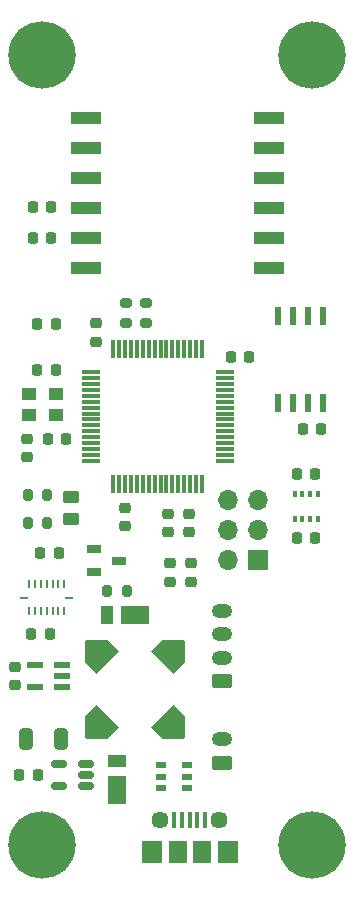
<source format=gbr>
%TF.GenerationSoftware,KiCad,Pcbnew,(6.0.8)*%
%TF.CreationDate,2023-04-29T02:17:51+01:00*%
%TF.ProjectId,circuit board design v1.0,63697263-7569-4742-9062-6f6172642064,rev?*%
%TF.SameCoordinates,Original*%
%TF.FileFunction,Soldermask,Top*%
%TF.FilePolarity,Negative*%
%FSLAX46Y46*%
G04 Gerber Fmt 4.6, Leading zero omitted, Abs format (unit mm)*
G04 Created by KiCad (PCBNEW (6.0.8)) date 2023-04-29 02:17:51*
%MOMM*%
%LPD*%
G01*
G04 APERTURE LIST*
G04 Aperture macros list*
%AMRoundRect*
0 Rectangle with rounded corners*
0 $1 Rounding radius*
0 $2 $3 $4 $5 $6 $7 $8 $9 X,Y pos of 4 corners*
0 Add a 4 corners polygon primitive as box body*
4,1,4,$2,$3,$4,$5,$6,$7,$8,$9,$2,$3,0*
0 Add four circle primitives for the rounded corners*
1,1,$1+$1,$2,$3*
1,1,$1+$1,$4,$5*
1,1,$1+$1,$6,$7*
1,1,$1+$1,$8,$9*
0 Add four rect primitives between the rounded corners*
20,1,$1+$1,$2,$3,$4,$5,0*
20,1,$1+$1,$4,$5,$6,$7,0*
20,1,$1+$1,$6,$7,$8,$9,0*
20,1,$1+$1,$8,$9,$2,$3,0*%
%AMFreePoly0*
4,1,48,0.029755,1.351579,0.045398,1.349101,0.056598,1.337902,0.070711,1.330711,1.330711,0.070711,1.334374,0.063522,1.340902,0.058779,1.348138,0.036507,1.358769,0.015643,1.357507,0.007674,1.360000,0.000000,1.360000,-1.180000,1.355106,-1.195063,1.355107,-1.210902,1.345796,-1.223715,1.340902,-1.238779,1.328089,-1.248089,1.318779,-1.260902,1.303715,-1.265796,1.290902,-1.275107,
1.275063,-1.275106,1.260000,-1.280000,-1.260000,-1.280000,-1.275063,-1.275106,-1.290902,-1.275107,-1.303715,-1.265796,-1.318779,-1.260902,-1.328089,-1.248089,-1.340902,-1.238779,-1.345796,-1.223715,-1.355107,-1.210902,-1.355106,-1.195063,-1.360000,-1.180000,-1.360000,0.000000,-1.357507,0.007674,-1.358769,0.015643,-1.348138,0.036507,-1.340902,0.058779,-1.334374,0.063522,-1.330711,0.070711,
-0.070711,1.330711,-0.056598,1.337902,-0.045398,1.349101,-0.029755,1.351579,-0.015643,1.358769,0.000000,1.356292,0.015643,1.358769,0.029755,1.351579,0.029755,1.351579,$1*%
G04 Aperture macros list end*
%ADD10R,0.400000X1.350000*%
%ADD11C,1.450000*%
%ADD12R,1.500000X1.900000*%
%ADD13R,1.800000X1.900000*%
%ADD14O,0.800000X1.600000*%
%ADD15FreePoly0,315.000000*%
%ADD16FreePoly0,45.000000*%
%ADD17FreePoly0,135.000000*%
%ADD18FreePoly0,225.000000*%
%ADD19R,0.532600X1.512799*%
%ADD20RoundRect,0.225000X-0.225000X-0.250000X0.225000X-0.250000X0.225000X0.250000X-0.225000X0.250000X0*%
%ADD21C,3.600000*%
%ADD22C,5.700000*%
%ADD23RoundRect,0.200000X0.200000X0.275000X-0.200000X0.275000X-0.200000X-0.275000X0.200000X-0.275000X0*%
%ADD24RoundRect,0.225000X0.225000X0.250000X-0.225000X0.250000X-0.225000X-0.250000X0.225000X-0.250000X0*%
%ADD25RoundRect,0.200000X-0.200000X-0.275000X0.200000X-0.275000X0.200000X0.275000X-0.200000X0.275000X0*%
%ADD26RoundRect,0.200000X0.275000X-0.200000X0.275000X0.200000X-0.275000X0.200000X-0.275000X-0.200000X0*%
%ADD27RoundRect,0.250000X0.625000X-0.350000X0.625000X0.350000X-0.625000X0.350000X-0.625000X-0.350000X0*%
%ADD28O,1.750000X1.200000*%
%ADD29RoundRect,0.250000X-0.450000X0.262500X-0.450000X-0.262500X0.450000X-0.262500X0.450000X0.262500X0*%
%ADD30R,2.500000X1.000000*%
%ADD31R,1.200000X0.650000*%
%ADD32RoundRect,0.225000X-0.250000X0.225000X-0.250000X-0.225000X0.250000X-0.225000X0.250000X0.225000X0*%
%ADD33RoundRect,0.225000X0.250000X-0.225000X0.250000X0.225000X-0.250000X0.225000X-0.250000X-0.225000X0*%
%ADD34R,2.400000X1.500000*%
%ADD35R,1.050000X1.500000*%
%ADD36R,0.250000X0.675000*%
%ADD37R,0.675000X0.250000*%
%ADD38RoundRect,0.041300X0.618700X0.253700X-0.618700X0.253700X-0.618700X-0.253700X0.618700X-0.253700X0*%
%ADD39R,1.300000X1.100000*%
%ADD40R,1.700000X1.700000*%
%ADD41O,1.700000X1.700000*%
%ADD42R,0.950000X0.600000*%
%ADD43R,1.500000X2.400000*%
%ADD44R,1.500000X1.050000*%
%ADD45R,0.350000X0.500000*%
%ADD46RoundRect,0.250000X-0.325000X-0.650000X0.325000X-0.650000X0.325000X0.650000X-0.325000X0.650000X0*%
%ADD47RoundRect,0.150000X0.512500X0.150000X-0.512500X0.150000X-0.512500X-0.150000X0.512500X-0.150000X0*%
%ADD48RoundRect,0.075000X-0.700000X-0.075000X0.700000X-0.075000X0.700000X0.075000X-0.700000X0.075000X0*%
%ADD49RoundRect,0.075000X-0.075000X-0.700000X0.075000X-0.700000X0.075000X0.700000X-0.075000X0.700000X0*%
G04 APERTURE END LIST*
D10*
%TO.C,J3*%
X34820000Y-88403000D03*
X35470000Y-88403000D03*
X36120000Y-88403000D03*
X36770000Y-88403000D03*
X37420000Y-88403000D03*
D11*
X33620000Y-88378000D03*
X38620000Y-88378000D03*
D12*
X35120000Y-91078000D03*
X37120000Y-91078000D03*
D13*
X32920000Y-91078000D03*
X39320000Y-91078000D03*
D14*
X32620000Y-91078000D03*
X39620000Y-91078000D03*
%TD*%
D15*
%TO.C,U3*%
X34686000Y-74153000D03*
D16*
X28306000Y-74153000D03*
D17*
X28306000Y-80533000D03*
D18*
X34686000Y-80533000D03*
%TD*%
D19*
%TO.C,U2*%
X47371000Y-45758100D03*
X46101000Y-45758100D03*
X44831000Y-45758100D03*
X43561000Y-45758100D03*
X43561000Y-53047900D03*
X44831000Y-53047900D03*
X46101000Y-53047900D03*
X47371000Y-53047900D03*
%TD*%
D20*
%TO.C,C21*%
X23228000Y-46355000D03*
X24778000Y-46355000D03*
%TD*%
D21*
%TO.C,H4*%
X46482000Y-90500000D03*
D22*
X46482000Y-90500000D03*
%TD*%
D23*
%TO.C,C20*%
X24066000Y-63246000D03*
X22416000Y-63246000D03*
%TD*%
D24*
%TO.C,C13*%
X47257000Y-55245000D03*
X45707000Y-55245000D03*
%TD*%
D25*
%TO.C,R5*%
X29147000Y-68961000D03*
X30797000Y-68961000D03*
%TD*%
D24*
%TO.C,C17*%
X24778000Y-50292000D03*
X23228000Y-50292000D03*
%TD*%
%TO.C,C12*%
X25667000Y-56134000D03*
X24117000Y-56134000D03*
%TD*%
D26*
%TO.C,R4*%
X30734000Y-46291000D03*
X30734000Y-44641000D03*
%TD*%
D27*
%TO.C,J2*%
X38825000Y-83566000D03*
D28*
X38825000Y-81566000D03*
%TD*%
D29*
%TO.C,FB1*%
X26035000Y-61063500D03*
X26035000Y-62888500D03*
%TD*%
D30*
%TO.C,U8*%
X27302000Y-28948000D03*
X27302000Y-31488000D03*
X27302000Y-34028000D03*
X27302000Y-36568000D03*
X27302000Y-39108000D03*
X27302000Y-41648000D03*
X42802000Y-41648000D03*
X42802000Y-39108000D03*
X42802000Y-36568000D03*
X42802000Y-34028000D03*
X42802000Y-31488000D03*
X42802000Y-28948000D03*
%TD*%
D26*
%TO.C,R3*%
X32385000Y-46291000D03*
X32385000Y-44641000D03*
%TD*%
D31*
%TO.C,Q1*%
X28033000Y-65461000D03*
X28033000Y-67381000D03*
X30133000Y-66421000D03*
%TD*%
D24*
%TO.C,C6*%
X24397000Y-36449000D03*
X22847000Y-36449000D03*
%TD*%
D32*
%TO.C,C10*%
X30607000Y-61963000D03*
X30607000Y-63513000D03*
%TD*%
D33*
%TO.C,R1*%
X36195000Y-68212000D03*
X36195000Y-66662000D03*
%TD*%
D20*
%TO.C,C14*%
X23482000Y-65786000D03*
X25032000Y-65786000D03*
%TD*%
D34*
%TO.C,D2*%
X31456999Y-70993000D03*
D35*
X29082000Y-70993000D03*
%TD*%
D22*
%TO.C,H2*%
X46482000Y-23622000D03*
D21*
X46482000Y-23622000D03*
%TD*%
D36*
%TO.C,IC1*%
X22503000Y-68398500D03*
X23003000Y-68398500D03*
X23503000Y-68398500D03*
X24003000Y-68398500D03*
X24503000Y-68398500D03*
X25003000Y-68398500D03*
X25503000Y-68398500D03*
D37*
X25918000Y-69563500D03*
D36*
X25503000Y-70728500D03*
X25003000Y-70728500D03*
X24503000Y-70728500D03*
X24003000Y-70728500D03*
X23503000Y-70728500D03*
X23003000Y-70728500D03*
X22503000Y-70728500D03*
D37*
X22088000Y-69563500D03*
%TD*%
D33*
%TO.C,C4*%
X21336000Y-76975000D03*
X21336000Y-75425000D03*
%TD*%
D27*
%TO.C,J4*%
X38825000Y-76660000D03*
D28*
X38825000Y-74660000D03*
X38825000Y-72660000D03*
X38825000Y-70660000D03*
%TD*%
D20*
%TO.C,C1*%
X45199000Y-64516000D03*
X46749000Y-64516000D03*
%TD*%
D38*
%TO.C,U7*%
X25275000Y-77150000D03*
X25275000Y-76200000D03*
X25275000Y-75250000D03*
X22985000Y-75250000D03*
X22985000Y-77150000D03*
%TD*%
D32*
%TO.C,C9*%
X34290000Y-62471000D03*
X34290000Y-64021000D03*
%TD*%
D39*
%TO.C,Y1*%
X24772000Y-52313000D03*
X22472000Y-52313000D03*
X22472000Y-54113000D03*
X24772000Y-54113000D03*
%TD*%
D40*
%TO.C,J1*%
X41915000Y-66406000D03*
D41*
X39375000Y-66406000D03*
X41915000Y-63866000D03*
X39375000Y-63866000D03*
X41915000Y-61326000D03*
X39375000Y-61326000D03*
%TD*%
D42*
%TO.C,U5*%
X33673000Y-83759000D03*
X33673000Y-84709000D03*
X33673000Y-85659000D03*
X35923000Y-85659000D03*
X35923000Y-84709000D03*
X35923000Y-83759000D03*
%TD*%
D24*
%TO.C,C3*%
X23254000Y-84582000D03*
X21704000Y-84582000D03*
%TD*%
D23*
%TO.C,C19*%
X24066000Y-60833000D03*
X22416000Y-60833000D03*
%TD*%
D43*
%TO.C,D1*%
X29972000Y-85812999D03*
D44*
X29972000Y-83438000D03*
%TD*%
D22*
%TO.C,H3*%
X23622000Y-23622000D03*
D21*
X23622000Y-23622000D03*
%TD*%
D45*
%TO.C,U4*%
X44999000Y-60824000D03*
X45649000Y-60824000D03*
X46299000Y-60824000D03*
X46949000Y-60824000D03*
X46949000Y-62874000D03*
X46299000Y-62874000D03*
X45649000Y-62874000D03*
X44999000Y-62874000D03*
%TD*%
D32*
%TO.C,C8*%
X36068000Y-62471000D03*
X36068000Y-64021000D03*
%TD*%
D46*
%TO.C,C16*%
X22274000Y-81534000D03*
X25224000Y-81534000D03*
%TD*%
D20*
%TO.C,C7*%
X39611000Y-49149000D03*
X41161000Y-49149000D03*
%TD*%
%TO.C,C15*%
X22720000Y-72644000D03*
X24270000Y-72644000D03*
%TD*%
D21*
%TO.C,H1*%
X23749000Y-90500000D03*
D22*
X23622000Y-90500000D03*
%TD*%
D47*
%TO.C,U6*%
X27299500Y-85532000D03*
X27299500Y-84582000D03*
X27299500Y-83632000D03*
X25024500Y-83632000D03*
X25024500Y-85532000D03*
%TD*%
D32*
%TO.C,C18*%
X22352000Y-56121000D03*
X22352000Y-57671000D03*
%TD*%
D24*
%TO.C,C2*%
X46749000Y-59055000D03*
X45199000Y-59055000D03*
%TD*%
D33*
%TO.C,R2*%
X34417000Y-68212000D03*
X34417000Y-66662000D03*
%TD*%
D48*
%TO.C,U1*%
X27726000Y-50479000D03*
X27726000Y-50979000D03*
X27726000Y-51479000D03*
X27726000Y-51979000D03*
X27726000Y-52479000D03*
X27726000Y-52979000D03*
X27726000Y-53479000D03*
X27726000Y-53979000D03*
X27726000Y-54479000D03*
X27726000Y-54979000D03*
X27726000Y-55479000D03*
X27726000Y-55979000D03*
X27726000Y-56479000D03*
X27726000Y-56979000D03*
X27726000Y-57479000D03*
X27726000Y-57979000D03*
D49*
X29651000Y-59904000D03*
X30151000Y-59904000D03*
X30651000Y-59904000D03*
X31151000Y-59904000D03*
X31651000Y-59904000D03*
X32151000Y-59904000D03*
X32651000Y-59904000D03*
X33151000Y-59904000D03*
X33651000Y-59904000D03*
X34151000Y-59904000D03*
X34651000Y-59904000D03*
X35151000Y-59904000D03*
X35651000Y-59904000D03*
X36151000Y-59904000D03*
X36651000Y-59904000D03*
X37151000Y-59904000D03*
D48*
X39076000Y-57979000D03*
X39076000Y-57479000D03*
X39076000Y-56979000D03*
X39076000Y-56479000D03*
X39076000Y-55979000D03*
X39076000Y-55479000D03*
X39076000Y-54979000D03*
X39076000Y-54479000D03*
X39076000Y-53979000D03*
X39076000Y-53479000D03*
X39076000Y-52979000D03*
X39076000Y-52479000D03*
X39076000Y-51979000D03*
X39076000Y-51479000D03*
X39076000Y-50979000D03*
X39076000Y-50479000D03*
D49*
X37151000Y-48554000D03*
X36651000Y-48554000D03*
X36151000Y-48554000D03*
X35651000Y-48554000D03*
X35151000Y-48554000D03*
X34651000Y-48554000D03*
X34151000Y-48554000D03*
X33651000Y-48554000D03*
X33151000Y-48554000D03*
X32651000Y-48554000D03*
X32151000Y-48554000D03*
X31651000Y-48554000D03*
X31151000Y-48554000D03*
X30651000Y-48554000D03*
X30151000Y-48554000D03*
X29651000Y-48554000D03*
%TD*%
D33*
%TO.C,C11*%
X28194000Y-47892000D03*
X28194000Y-46342000D03*
%TD*%
D24*
%TO.C,C5*%
X24397000Y-39116000D03*
X22847000Y-39116000D03*
%TD*%
M02*

</source>
